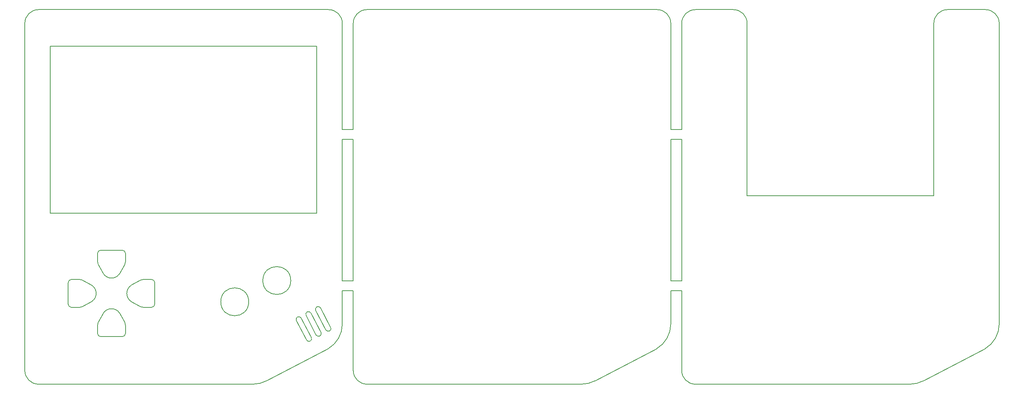
<source format=gbr>
G04 #@! TF.GenerationSoftware,KiCad,Pcbnew,(5.1.9-0-10_14)*
G04 #@! TF.CreationDate,2021-02-13T17:58:09-08:00*
G04 #@! TF.ProjectId,system,73797374-656d-42e6-9b69-6361645f7063,1.0-dev2*
G04 #@! TF.SameCoordinates,Original*
G04 #@! TF.FileFunction,Profile,NP*
%FSLAX46Y46*%
G04 Gerber Fmt 4.6, Leading zero omitted, Abs format (unit mm)*
G04 Created by KiCad (PCBNEW (5.1.9-0-10_14)) date 2021-02-13 17:58:09*
%MOMM*%
%LPD*%
G01*
G04 APERTURE LIST*
G04 #@! TA.AperFunction,Profile*
%ADD10C,0.200000*%
G04 #@! TD*
G04 APERTURE END LIST*
D10*
X182340500Y-67056000D02*
X191200500Y-67056000D01*
X191200500Y-67056000D02*
G75*
G02*
X194375500Y-70231000I0J-3175000D01*
G01*
X237805500Y-70231000D02*
G75*
G02*
X240980500Y-67056000I3175000J0D01*
G01*
X237805500Y-70231000D02*
X237805500Y-110363000D01*
X194375500Y-70231000D02*
X194375500Y-110363000D01*
X194375500Y-110363000D02*
X237805500Y-110363000D01*
X240980500Y-67056000D02*
X249840500Y-67056000D01*
X232241213Y-154225900D02*
X182340500Y-154225900D01*
X179165500Y-132461000D02*
X179165500Y-151050900D01*
X179165500Y-70231000D02*
G75*
G02*
X182340500Y-67056000I3175000J0D01*
G01*
X249840500Y-67056000D02*
G75*
G02*
X253015500Y-70231000I0J-3175000D01*
G01*
X182340500Y-154225900D02*
G75*
G02*
X179165500Y-151050900I0J3175000D01*
G01*
X249707538Y-145985323D02*
X235394500Y-153437347D01*
X249707538Y-145985323D02*
G75*
G03*
X253015500Y-140208000I-3391038J5777323D01*
G01*
X179165500Y-97282000D02*
X179165500Y-130175000D01*
X179165500Y-70231000D02*
X179165500Y-94996000D01*
X235394500Y-153437347D02*
G75*
G02*
X232241213Y-154225900I-3153287J5910447D01*
G01*
X253015500Y-70231000D02*
X253015500Y-140208000D01*
X29559500Y-67056000D02*
X97059500Y-67056000D01*
X79460213Y-154225900D02*
X29559500Y-154225900D01*
X26384500Y-70231000D02*
X26384500Y-151050900D01*
X26384500Y-70231000D02*
G75*
G02*
X29559500Y-67056000I3175000J0D01*
G01*
X97059500Y-67056000D02*
G75*
G02*
X100234500Y-70231000I0J-3175000D01*
G01*
X29559500Y-154225900D02*
G75*
G02*
X26384500Y-151050900I0J3175000D01*
G01*
X96926538Y-145985323D02*
X82613500Y-153437347D01*
X96926538Y-145985323D02*
G75*
G03*
X100234500Y-140208000I-3391038J5777323D01*
G01*
X100235000Y-132461000D02*
X100234500Y-140208000D01*
X82613500Y-153437347D02*
G75*
G02*
X79460213Y-154225900I-3153287J5910447D01*
G01*
X100234500Y-70231000D02*
X100234500Y-94996000D01*
X100234500Y-97282000D02*
X100234500Y-130175000D01*
X102775000Y-70231000D02*
X102775000Y-94996000D01*
X102775000Y-94996000D02*
X100234500Y-94996000D01*
X102775000Y-97282000D02*
X100234500Y-97282000D01*
X102775000Y-97282000D02*
X102775000Y-130175000D01*
X102775000Y-130175000D02*
X100234500Y-130175000D01*
X102775000Y-132461000D02*
X100235000Y-132461000D01*
X179165000Y-132461000D02*
X176625000Y-132461000D01*
X179165000Y-130175000D02*
X176625000Y-130175000D01*
X179165000Y-97282000D02*
X176625000Y-97282000D01*
X179165000Y-94996000D02*
X176625000Y-94996000D01*
X176625000Y-70231000D02*
X176625000Y-94996000D01*
X176625000Y-97282000D02*
X176625000Y-130175000D01*
X159004000Y-153437347D02*
G75*
G02*
X155850713Y-154225900I-3153287J5910447D01*
G01*
X176625000Y-132461000D02*
X176625000Y-140208000D01*
X173317038Y-145985323D02*
G75*
G03*
X176625000Y-140208000I-3391038J5777323D01*
G01*
X173317038Y-145985323D02*
X159004000Y-153437347D01*
X105950000Y-154225900D02*
G75*
G02*
X102775000Y-151050900I0J3175000D01*
G01*
X173450000Y-67056000D02*
G75*
G02*
X176625000Y-70231000I0J-3175000D01*
G01*
X102775000Y-70231000D02*
G75*
G02*
X105950000Y-67056000I3175000J0D01*
G01*
X102775000Y-132461000D02*
X102775000Y-151050900D01*
X155850713Y-154225900D02*
X105950000Y-154225900D01*
X105950000Y-67056000D02*
X173450000Y-67056000D01*
X89546399Y-139421044D02*
X91892082Y-143927059D01*
X90672903Y-138834624D02*
X93018586Y-143340639D01*
X94052414Y-137075361D02*
X96398097Y-141581376D01*
X95178918Y-136488941D02*
X97524601Y-140994956D01*
X91799407Y-138248203D02*
X94145090Y-142754218D01*
X92925910Y-137661782D02*
X95271593Y-142167797D01*
X89546399Y-139421044D02*
G75*
G02*
X90672903Y-138834624I563252J293210D01*
G01*
X93018586Y-143340639D02*
G75*
G02*
X91892082Y-143927059I-563252J-293210D01*
G01*
X94052414Y-137075361D02*
G75*
G02*
X95178918Y-136488941I563252J293210D01*
G01*
X97524601Y-140994956D02*
G75*
G02*
X96398097Y-141581376I-563252J-293210D01*
G01*
X95271592Y-142167798D02*
G75*
G02*
X94145090Y-142754218I-563251J-293210D01*
G01*
X91799408Y-138248202D02*
G75*
G02*
X92925910Y-137661782I563251J293210D01*
G01*
X32309500Y-75596000D02*
X94309500Y-75596000D01*
X32309500Y-75596000D02*
X32309500Y-114396000D01*
X94309500Y-75596000D02*
X94309500Y-114396000D01*
X32309500Y-114396000D02*
X94309500Y-114396000D01*
X78461500Y-135053000D02*
G75*
G03*
X78461500Y-135053000I-3250000J0D01*
G01*
X88240500Y-130100000D02*
G75*
G03*
X88240500Y-130100000I-3250000J0D01*
G01*
X39783382Y-136189604D02*
X41962229Y-134980867D01*
X37233500Y-136346000D02*
X39113454Y-136344682D01*
X39784020Y-129999740D02*
X41962229Y-131211133D01*
X37233500Y-129846000D02*
X39113454Y-129844682D01*
X36483500Y-130596000D02*
X36483500Y-135596000D01*
X39783382Y-136189603D02*
G75*
G02*
X39113454Y-136344682I-605375J1090618D01*
G01*
X39112588Y-129844727D02*
G75*
G02*
X39784020Y-129999740I65419J-1248288D01*
G01*
X36483500Y-135596000D02*
G75*
G03*
X37233500Y-136346000I750000J0D01*
G01*
X37233500Y-129846000D02*
G75*
G03*
X36483500Y-130596000I0J-750000D01*
G01*
X41962229Y-134980867D02*
G75*
G03*
X42983500Y-133096000I-1228729J1884867D01*
G01*
X41962229Y-131211133D02*
G75*
G02*
X42983500Y-133096000I-1228729J-1884867D01*
G01*
X49639104Y-139858118D02*
X48430367Y-137679271D01*
X49795500Y-142408000D02*
X49794182Y-140528046D01*
X43449240Y-139857480D02*
X44660633Y-137679271D01*
X43295500Y-142408000D02*
X43294182Y-140528046D01*
X44045500Y-143158000D02*
X49045500Y-143158000D01*
X49639103Y-139858118D02*
G75*
G02*
X49794182Y-140528046I-1090618J-605375D01*
G01*
X43294227Y-140528912D02*
G75*
G02*
X43449240Y-139857480I1248288J65419D01*
G01*
X49045500Y-143158000D02*
G75*
G03*
X49795500Y-142408000I0J750000D01*
G01*
X43295500Y-142408000D02*
G75*
G03*
X44045500Y-143158000I750000J0D01*
G01*
X48430367Y-137679271D02*
G75*
G03*
X46545500Y-136658000I-1884867J-1228729D01*
G01*
X44660633Y-137679271D02*
G75*
G02*
X46545500Y-136658000I1884867J-1228729D01*
G01*
X43451896Y-126333882D02*
X44660633Y-128512729D01*
X43295500Y-123784000D02*
X43296818Y-125663954D01*
X49641760Y-126334520D02*
X48430367Y-128512729D01*
X49795500Y-123784000D02*
X49796818Y-125663954D01*
X49045500Y-123034000D02*
X44045500Y-123034000D01*
X43451897Y-126333882D02*
G75*
G02*
X43296818Y-125663954I1090618J605375D01*
G01*
X49796773Y-125663088D02*
G75*
G02*
X49641760Y-126334520I-1248288J-65419D01*
G01*
X44045500Y-123034000D02*
G75*
G03*
X43295500Y-123784000I0J-750000D01*
G01*
X49795500Y-123784000D02*
G75*
G03*
X49045500Y-123034000I-750000J0D01*
G01*
X44660633Y-128512729D02*
G75*
G03*
X46545500Y-129534000I1884867J1228729D01*
G01*
X48430367Y-128512729D02*
G75*
G02*
X46545500Y-129534000I-1884867J1228729D01*
G01*
X53307618Y-130002396D02*
X51128771Y-131211133D01*
X55857500Y-129846000D02*
X53977546Y-129847318D01*
X53306980Y-136192260D02*
X51128771Y-134980867D01*
X55857500Y-136346000D02*
X53977546Y-136347318D01*
X56607500Y-135596000D02*
X56607500Y-130596000D01*
X53307618Y-130002397D02*
G75*
G02*
X53977546Y-129847318I605375J-1090618D01*
G01*
X53978412Y-136347273D02*
G75*
G02*
X53306980Y-136192260I-65419J1248288D01*
G01*
X56607500Y-130596000D02*
G75*
G03*
X55857500Y-129846000I-750000J0D01*
G01*
X55857500Y-136346000D02*
G75*
G03*
X56607500Y-135596000I0J750000D01*
G01*
X51128771Y-131211133D02*
G75*
G03*
X50107500Y-133096000I1228729J-1884867D01*
G01*
X51128771Y-134980867D02*
G75*
G02*
X50107500Y-133096000I1228729J1884867D01*
G01*
M02*

</source>
